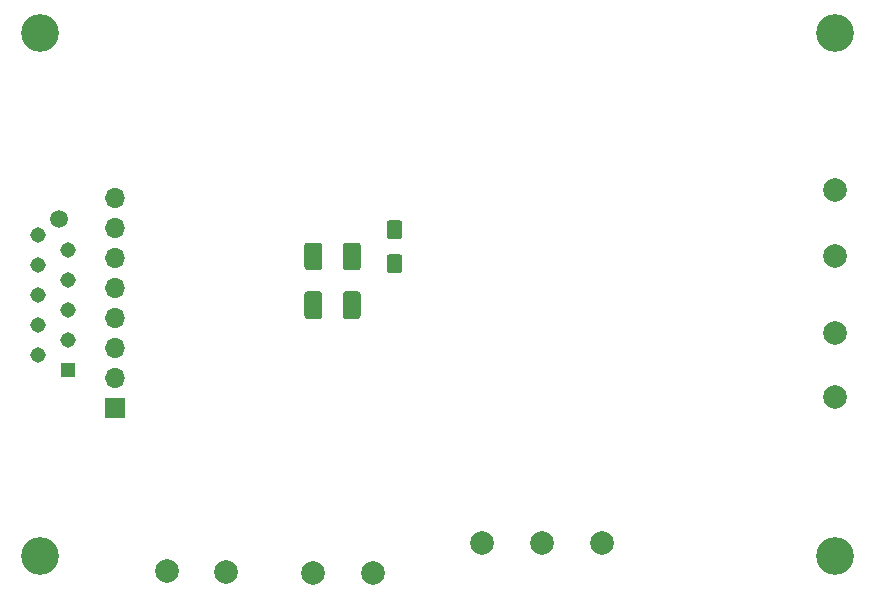
<source format=gbr>
G04 #@! TF.GenerationSoftware,KiCad,Pcbnew,(5.1.10-0-10_14)*
G04 #@! TF.CreationDate,2021-06-26T15:37:50+02:00*
G04 #@! TF.ProjectId,dac-pcm1792a,6461632d-7063-46d3-9137-3932612e6b69,rev?*
G04 #@! TF.SameCoordinates,Original*
G04 #@! TF.FileFunction,Soldermask,Bot*
G04 #@! TF.FilePolarity,Negative*
%FSLAX46Y46*%
G04 Gerber Fmt 4.6, Leading zero omitted, Abs format (unit mm)*
G04 Created by KiCad (PCBNEW (5.1.10-0-10_14)) date 2021-06-26 15:37:50*
%MOMM*%
%LPD*%
G01*
G04 APERTURE LIST*
%ADD10C,2.000000*%
%ADD11O,1.700000X1.700000*%
%ADD12R,1.700000X1.700000*%
%ADD13R,1.308000X1.308000*%
%ADD14C,1.308000*%
%ADD15C,1.500000*%
%ADD16C,3.200000*%
G04 APERTURE END LIST*
D10*
X141287500Y-111760000D03*
X180340000Y-96837500D03*
X180340000Y-91440000D03*
D11*
X119380000Y-80010000D03*
X119380000Y-82550000D03*
X119380000Y-85090000D03*
X119380000Y-87630000D03*
X119380000Y-90170000D03*
X119380000Y-92710000D03*
X119380000Y-95250000D03*
D12*
X119380000Y-97790000D03*
G36*
G01*
X138696000Y-90015500D02*
X138696000Y-88165500D01*
G75*
G02*
X138946000Y-87915500I250000J0D01*
G01*
X139946000Y-87915500D01*
G75*
G02*
X140196000Y-88165500I0J-250000D01*
G01*
X140196000Y-90015500D01*
G75*
G02*
X139946000Y-90265500I-250000J0D01*
G01*
X138946000Y-90265500D01*
G75*
G02*
X138696000Y-90015500I0J250000D01*
G01*
G37*
G36*
G01*
X135446000Y-90015500D02*
X135446000Y-88165500D01*
G75*
G02*
X135696000Y-87915500I250000J0D01*
G01*
X136696000Y-87915500D01*
G75*
G02*
X136946000Y-88165500I0J-250000D01*
G01*
X136946000Y-90015500D01*
G75*
G02*
X136696000Y-90265500I-250000J0D01*
G01*
X135696000Y-90265500D01*
G75*
G02*
X135446000Y-90015500I0J250000D01*
G01*
G37*
G36*
G01*
X138696000Y-85888000D02*
X138696000Y-84038000D01*
G75*
G02*
X138946000Y-83788000I250000J0D01*
G01*
X139946000Y-83788000D01*
G75*
G02*
X140196000Y-84038000I0J-250000D01*
G01*
X140196000Y-85888000D01*
G75*
G02*
X139946000Y-86138000I-250000J0D01*
G01*
X138946000Y-86138000D01*
G75*
G02*
X138696000Y-85888000I0J250000D01*
G01*
G37*
G36*
G01*
X135446000Y-85888000D02*
X135446000Y-84038000D01*
G75*
G02*
X135696000Y-83788000I250000J0D01*
G01*
X136696000Y-83788000D01*
G75*
G02*
X136946000Y-84038000I0J-250000D01*
G01*
X136946000Y-85888000D01*
G75*
G02*
X136696000Y-86138000I-250000J0D01*
G01*
X135696000Y-86138000D01*
G75*
G02*
X135446000Y-85888000I0J250000D01*
G01*
G37*
G36*
G01*
X143490501Y-83487500D02*
X142640499Y-83487500D01*
G75*
G02*
X142390500Y-83237501I0J249999D01*
G01*
X142390500Y-82162499D01*
G75*
G02*
X142640499Y-81912500I249999J0D01*
G01*
X143490501Y-81912500D01*
G75*
G02*
X143740500Y-82162499I0J-249999D01*
G01*
X143740500Y-83237501D01*
G75*
G02*
X143490501Y-83487500I-249999J0D01*
G01*
G37*
G36*
G01*
X143490501Y-86362500D02*
X142640499Y-86362500D01*
G75*
G02*
X142390500Y-86112501I0J249999D01*
G01*
X142390500Y-85037499D01*
G75*
G02*
X142640499Y-84787500I249999J0D01*
G01*
X143490501Y-84787500D01*
G75*
G02*
X143740500Y-85037499I0J-249999D01*
G01*
X143740500Y-86112501D01*
G75*
G02*
X143490501Y-86362500I-249999J0D01*
G01*
G37*
D13*
X115421000Y-94615000D03*
D14*
X112881000Y-93345000D03*
X115421000Y-92075000D03*
X112881000Y-90805000D03*
X115421000Y-89535000D03*
X112881000Y-88265000D03*
X115421000Y-86995000D03*
X112881000Y-85725000D03*
X115421000Y-84455000D03*
X112881000Y-83185000D03*
D15*
X114681000Y-81785000D03*
D10*
X155575000Y-109220000D03*
X160655000Y-109220000D03*
X150495000Y-109220000D03*
X180340000Y-79375000D03*
X180340000Y-84899500D03*
X136144000Y-111760000D03*
X128841500Y-111696500D03*
X123825000Y-111633000D03*
D16*
X113030000Y-110363000D03*
X180340000Y-110363000D03*
X180340000Y-66040000D03*
X113030000Y-66040000D03*
M02*

</source>
